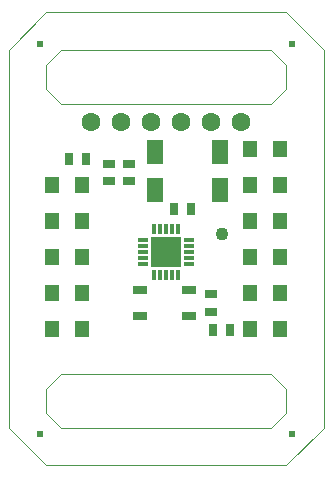
<source format=gts>
G75*
%MOIN*%
%OFA0B0*%
%FSLAX24Y24*%
%IPPOS*%
%LPD*%
%AMOC8*
5,1,8,0,0,1.08239X$1,22.5*
%
%ADD10C,0.0040*%
%ADD11R,0.0327X0.0158*%
%ADD12R,0.0158X0.0327*%
%ADD13R,0.1024X0.1024*%
%ADD14R,0.0276X0.0394*%
%ADD15C,0.0631*%
%ADD16R,0.0453X0.0296*%
%ADD17R,0.0394X0.0276*%
%ADD18R,0.0473X0.0532*%
%ADD19R,0.0552X0.0788*%
%ADD20C,0.0237*%
%ADD21C,0.0434*%
D10*
X001440Y000190D02*
X000190Y001440D01*
X000190Y014040D01*
X001440Y015290D01*
X009440Y015290D01*
X010690Y014040D01*
X010690Y001440D01*
X009440Y000190D01*
X001440Y000190D01*
X001940Y001440D02*
X001440Y001940D01*
X001440Y002740D01*
X001940Y003240D01*
X008940Y003240D01*
X009440Y002740D01*
X009440Y001940D01*
X008940Y001440D01*
X001940Y001440D01*
X001940Y012240D02*
X001440Y012740D01*
X001440Y013540D01*
X001940Y014040D01*
X008940Y014040D01*
X009440Y013540D01*
X009440Y012740D01*
X008940Y012240D01*
X001940Y012240D01*
D11*
X004668Y007684D03*
X004668Y007487D03*
X004668Y007290D03*
X004668Y007093D03*
X004668Y006896D03*
X006212Y006896D03*
X006212Y007093D03*
X006212Y007290D03*
X006212Y007487D03*
X006212Y007684D03*
D12*
X005834Y008062D03*
X005637Y008062D03*
X005440Y008062D03*
X005243Y008062D03*
X005046Y008062D03*
X005046Y006518D03*
X005243Y006518D03*
X005440Y006518D03*
X005637Y006518D03*
X005834Y006518D03*
D13*
X005440Y007290D03*
D14*
X005695Y008740D03*
X006285Y008740D03*
X006995Y004690D03*
X007585Y004690D03*
X002785Y010390D03*
X002195Y010390D03*
D15*
X002940Y011640D03*
X003940Y011640D03*
X004940Y011640D03*
X005940Y011640D03*
X006940Y011640D03*
X007940Y011640D03*
D16*
X006207Y006013D03*
X006207Y005167D03*
X004573Y005167D03*
X004573Y006013D03*
D17*
X006940Y005885D03*
X006940Y005295D03*
X004190Y009645D03*
X004190Y010235D03*
X003540Y010235D03*
X003540Y009645D03*
D18*
X002632Y009540D03*
X002632Y008340D03*
X002632Y007140D03*
X002632Y005940D03*
X002632Y004740D03*
X001648Y004740D03*
X001648Y005940D03*
X001648Y007140D03*
X001648Y008340D03*
X001648Y009540D03*
X008248Y009540D03*
X008248Y008340D03*
X008248Y007140D03*
X008248Y005940D03*
X008248Y004740D03*
X009232Y004740D03*
X009232Y005940D03*
X009232Y007140D03*
X009232Y008340D03*
X009232Y009540D03*
X009232Y010740D03*
X008248Y010740D03*
D19*
X007223Y010620D03*
X007223Y009360D03*
X005057Y009360D03*
X005057Y010620D03*
D20*
X001240Y014240D03*
X009640Y014240D03*
X009640Y001240D03*
X001240Y001240D03*
D21*
X007290Y007890D03*
M02*

</source>
